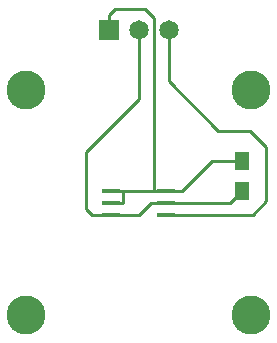
<source format=gbr>
G04 #@! TF.FileFunction,Copper,L1,Top,Signal*
%FSLAX46Y46*%
G04 Gerber Fmt 4.6, Leading zero omitted, Abs format (unit mm)*
G04 Created by KiCad (PCBNEW 4.0.7-e2-6376~58~ubuntu16.04.1) date Fri Jan 12 15:17:18 2018*
%MOMM*%
%LPD*%
G01*
G04 APERTURE LIST*
%ADD10C,0.100000*%
%ADD11R,1.250000X1.500000*%
%ADD12R,1.651000X1.651000*%
%ADD13C,1.651000*%
%ADD14R,1.500000X0.450000*%
%ADD15C,3.302000*%
%ADD16C,0.254000*%
G04 APERTURE END LIST*
D10*
D11*
X72263000Y-59964000D03*
X72263000Y-62464000D03*
D12*
X60960000Y-48895000D03*
D13*
X63500000Y-48895000D03*
X66040000Y-48895000D03*
D14*
X61150000Y-62500000D03*
X61150000Y-63500000D03*
X61150000Y-64500000D03*
X65850000Y-64500000D03*
X65850000Y-63500000D03*
X65850000Y-62500000D03*
D15*
X53975000Y-53975000D03*
X73025000Y-53975000D03*
X73025000Y-73025000D03*
X53975000Y-73025000D03*
D16*
X60960000Y-48895000D02*
X60960000Y-47625000D01*
X64770000Y-47879000D02*
X64770000Y-62500000D01*
X64008000Y-47117000D02*
X64770000Y-47879000D01*
X61468000Y-47117000D02*
X64008000Y-47117000D01*
X60960000Y-47625000D02*
X61468000Y-47117000D01*
X64770000Y-62500000D02*
X64770000Y-62484000D01*
X64770000Y-62484000D02*
X64770000Y-62500000D01*
X72263000Y-59964000D02*
X69703000Y-59964000D01*
X67167000Y-62500000D02*
X65850000Y-62500000D01*
X69703000Y-59964000D02*
X67167000Y-62500000D01*
X62179700Y-63500000D02*
X62179700Y-62500000D01*
X61150000Y-63500000D02*
X62179700Y-63500000D01*
X61150000Y-62500000D02*
X62179700Y-62500000D01*
X65850000Y-62500000D02*
X64770000Y-62500000D01*
X64770000Y-62500000D02*
X64605700Y-62500000D01*
X64605700Y-62500000D02*
X62179700Y-62500000D01*
X65850000Y-63500000D02*
X71227000Y-63500000D01*
X71227000Y-63500000D02*
X72263000Y-62464000D01*
X65850000Y-63500000D02*
X64516000Y-63500000D01*
X64516000Y-63500000D02*
X63500000Y-64516000D01*
X63500000Y-64516000D02*
X63484000Y-64500000D01*
X61150000Y-64500000D02*
X59547000Y-64500000D01*
X63500000Y-54737000D02*
X63500000Y-48895000D01*
X59055000Y-59182000D02*
X63500000Y-54737000D01*
X59055000Y-64008000D02*
X59055000Y-59182000D01*
X59547000Y-64500000D02*
X59055000Y-64008000D01*
X63484000Y-64500000D02*
X61150000Y-64500000D01*
X65850000Y-64500000D02*
X73168000Y-64500000D01*
X66040000Y-53213000D02*
X66040000Y-48895000D01*
X70231000Y-57404000D02*
X66040000Y-53213000D01*
X72898000Y-57404000D02*
X70231000Y-57404000D01*
X74295000Y-58801000D02*
X72898000Y-57404000D01*
X74295000Y-63373000D02*
X74295000Y-58801000D01*
X73168000Y-64500000D02*
X74295000Y-63373000D01*
M02*

</source>
